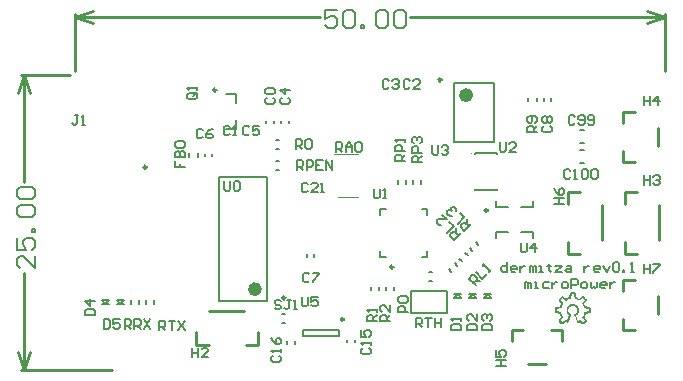
<source format=gto>
%FSLAX24Y24*%
%MOIN*%
G70*
G01*
G75*
%ADD10R,0.0236X0.0433*%
%ADD11R,0.0925X0.0197*%
%ADD12R,0.0984X0.0925*%
%ADD13R,0.0709X0.0472*%
%ADD14R,0.0610X0.0236*%
%ADD15O,0.0610X0.0236*%
%ADD16R,0.1102X0.1102*%
%ADD17O,0.0256X0.0098*%
%ADD18O,0.0098X0.0256*%
%ADD19R,0.0354X0.0252*%
%ADD20R,0.0354X0.0161*%
%ADD21O,0.0236X0.0610*%
%ADD22R,0.0236X0.0610*%
%ADD23R,0.0472X0.0709*%
%ADD24O,0.0276X0.0118*%
%ADD25R,0.0748X0.0354*%
%ADD26O,0.0827X0.0177*%
%ADD27R,0.0571X0.0217*%
%ADD28R,0.0571X0.0217*%
%ADD29R,0.0630X0.0276*%
%ADD30R,0.0374X0.0512*%
%ADD31R,0.0354X0.0276*%
%ADD32R,0.0276X0.0354*%
G04:AMPARAMS|DCode=33|XSize=35.4mil|YSize=27.6mil|CornerRadius=0mil|HoleSize=0mil|Usage=FLASHONLY|Rotation=225.000|XOffset=0mil|YOffset=0mil|HoleType=Round|Shape=Rectangle|*
%AMROTATEDRECTD33*
4,1,4,0.0028,0.0223,0.0223,0.0028,-0.0028,-0.0223,-0.0223,-0.0028,0.0028,0.0223,0.0*
%
%ADD33ROTATEDRECTD33*%

%ADD34R,0.0551X0.0433*%
%ADD35R,0.0453X0.0236*%
%ADD36R,0.0335X0.0315*%
%ADD37C,0.0250*%
%ADD38C,0.0100*%
%ADD39C,0.0200*%
%ADD40C,0.0150*%
%ADD41C,0.0300*%
%ADD42R,0.0500X0.0500*%
%ADD43C,0.0500*%
%ADD44R,0.0787X0.0315*%
%ADD45R,0.0394X0.0394*%
%ADD46C,0.0394*%
%ADD47C,0.0240*%
%ADD48C,0.0260*%
%ADD49C,0.0300*%
%ADD50O,0.0236X0.0866*%
%ADD51R,0.0886X0.0768*%
%ADD52R,0.0886X0.1004*%
%ADD53R,0.0906X0.0906*%
%ADD54R,0.0827X0.0906*%
%ADD55C,0.0098*%
%ADD56C,0.0236*%
%ADD57C,0.0039*%
%ADD58C,0.0079*%
%ADD59C,0.0047*%
%ADD60C,0.0063*%
%ADD61C,0.0060*%
G36*
X40674Y29212D02*
X40678Y29209D01*
X40680D01*
X40682Y29205D01*
X40684Y29201D01*
X40686Y29197D01*
X40687Y29181D01*
X40689Y29179D01*
X40691Y29177D01*
Y29175D01*
Y29169D01*
X40712Y29053D01*
X40807Y29013D01*
X40902Y29080D01*
X40904Y29082D01*
X40910Y29085D01*
X40912Y29087D01*
X40916Y29089D01*
X40924Y29095D01*
X40926D01*
X40928Y29097D01*
X40935Y29099D01*
X40947D01*
X40953Y29097D01*
X40959Y29093D01*
X40969Y29084D01*
X40977Y29074D01*
X41004Y29048D01*
Y29043D01*
X41041Y29011D01*
X41051Y29002D01*
X41059Y28992D01*
X41060Y28990D01*
X41062Y28982D01*
X41064Y28972D01*
X41062Y28968D01*
X41060Y28962D01*
X41055Y28953D01*
X41053Y28951D01*
X41051Y28947D01*
X41049Y28945D01*
X41045Y28941D01*
X40980Y28843D01*
X41021Y28748D01*
X41018D01*
X41143Y28724D01*
X41144D01*
Y28722D01*
X41148D01*
X41160Y28720D01*
X41164D01*
X41172Y28718D01*
X41178Y28711D01*
X41182Y28707D01*
Y28699D01*
Y28685D01*
Y28671D01*
Y28632D01*
Y28621D01*
Y28580D01*
Y28568D01*
Y28552D01*
Y28548D01*
X41180Y28543D01*
X41174Y28537D01*
X41162Y28533D01*
X41150Y28529D01*
X41143D01*
X41141Y28527D01*
X41029Y28510D01*
X40985Y28400D01*
X41045Y28312D01*
X41047Y28310D01*
X41051Y28304D01*
X41053Y28302D01*
Y28300D01*
X41059Y28291D01*
X41060D01*
X41062Y28287D01*
X41064Y28281D01*
X41066Y28273D01*
Y28271D01*
X41064Y28267D01*
X41062Y28261D01*
X41057Y28259D01*
X41049Y28250D01*
X41041Y28244D01*
X41014Y28214D01*
X41004Y28205D01*
X40973Y28173D01*
X40969Y28168D01*
X40957Y28158D01*
X40955Y28156D01*
X40949Y28154D01*
X40928D01*
X40914Y28164D01*
Y28166D01*
X40912D01*
X40908Y28168D01*
X40906Y28170D01*
X40902Y28173D01*
X40818Y28231D01*
X40807Y28226D01*
X40805Y28224D01*
X40803Y28222D01*
X40797Y28218D01*
X40793Y28216D01*
X40787Y28214D01*
X40769Y28205D01*
X40748D01*
X40746Y28207D01*
X40744Y28211D01*
X40742Y28216D01*
X40732Y28238D01*
Y28240D01*
X40730Y28244D01*
Y28246D01*
Y28250D01*
X40650Y28439D01*
Y28441D01*
X40648Y28445D01*
Y28447D01*
X40646Y28451D01*
X40643Y28457D01*
Y28459D01*
X40641Y28462D01*
Y28470D01*
X40643Y28478D01*
Y28480D01*
X40644Y28484D01*
X40648Y28488D01*
X40652Y28490D01*
X40660Y28494D01*
X40666Y28502D01*
X40668D01*
X40672Y28505D01*
X40678Y28509D01*
X40686Y28515D01*
X40701Y28531D01*
X40717Y28552D01*
Y28554D01*
X40721Y28558D01*
X40723Y28564D01*
X40727Y28574D01*
X40732Y28597D01*
X40736Y28625D01*
Y28627D01*
Y28630D01*
Y28636D01*
X40734Y28644D01*
X40732Y28662D01*
X40725Y28681D01*
Y28683D01*
X40723Y28685D01*
X40717Y28697D01*
X40705Y28712D01*
X40691Y28728D01*
Y28730D01*
X40687Y28732D01*
X40678Y28740D01*
X40664Y28752D01*
X40644Y28761D01*
X40643D01*
X40641Y28763D01*
X40629Y28767D01*
X40611Y28771D01*
X40590Y28773D01*
X40578D01*
X40570Y28771D01*
X40553Y28769D01*
X40533Y28761D01*
X40531D01*
X40529Y28759D01*
X40518Y28753D01*
X40502Y28744D01*
X40486Y28730D01*
X40482Y28726D01*
X40475Y28716D01*
X40465Y28703D01*
X40455Y28683D01*
Y28681D01*
X40453Y28679D01*
X40451Y28673D01*
Y28666D01*
X40447Y28648D01*
X40445Y28625D01*
Y28623D01*
Y28619D01*
X40447Y28611D01*
Y28601D01*
X40453Y28578D01*
X40463Y28552D01*
Y28550D01*
X40467Y28546D01*
X40471Y28541D01*
X40477Y28535D01*
X40492Y28517D01*
X40514Y28500D01*
X40516D01*
X40518Y28498D01*
X40529Y28490D01*
X40531D01*
X40535Y28488D01*
X40539Y28486D01*
X40541Y28480D01*
Y28478D01*
X40543Y28474D01*
Y28462D01*
X40533Y28447D01*
Y28445D01*
X40531Y28441D01*
Y28439D01*
X40529Y28435D01*
X40451Y28248D01*
Y28246D01*
X40449Y28240D01*
Y28238D01*
X40445Y28234D01*
X40439Y28212D01*
X40437Y28211D01*
X40434Y28209D01*
X40430Y28207D01*
X40424Y28205D01*
X40412D01*
X40395Y28214D01*
X40393D01*
X40391Y28216D01*
X40385Y28218D01*
X40381Y28220D01*
X40377Y28224D01*
X40361Y28233D01*
X40277Y28173D01*
X40275Y28171D01*
X40271Y28168D01*
X40264Y28164D01*
X40254Y28156D01*
X40252D01*
X40244Y28154D01*
X40234D01*
X40225Y28158D01*
X40215Y28170D01*
X40203Y28179D01*
X40180Y28205D01*
X40170Y28212D01*
X40141Y28244D01*
X40131Y28250D01*
X40119Y28263D01*
X40117Y28265D01*
X40115Y28273D01*
Y28275D01*
Y28279D01*
X40117Y28285D01*
X40121Y28291D01*
X40125Y28296D01*
X40127Y28298D01*
X40129Y28302D01*
Y28304D01*
X40131Y28306D01*
X40133Y28310D01*
X40135Y28312D01*
X40197Y28400D01*
Y28402D01*
X40156Y28505D01*
X40152Y28507D01*
Y28509D01*
X40043Y28527D01*
X40041Y28529D01*
X40033D01*
X40018Y28533D01*
X40016D01*
X40010Y28535D01*
X40002Y28541D01*
X40000Y28552D01*
Y28568D01*
Y28580D01*
Y28621D01*
Y28632D01*
Y28671D01*
Y28685D01*
Y28699D01*
Y28701D01*
Y28703D01*
X40002Y28711D01*
X40008Y28716D01*
X40012Y28720D01*
X40018D01*
X40033Y28722D01*
X40037D01*
X40041Y28726D01*
X40158Y28747D01*
X40200Y28846D01*
X40199Y28845D01*
Y28847D01*
X40135Y28941D01*
X40133Y28943D01*
X40127Y28949D01*
Y28951D01*
Y28953D01*
X40125Y28957D01*
X40119Y28962D01*
Y28964D01*
X40117Y28966D01*
X40115Y28972D01*
X40113Y28976D01*
Y28978D01*
X40115Y28980D01*
Y28988D01*
X40129Y29003D01*
X40141Y29011D01*
X40166Y29037D01*
X40174Y29041D01*
X40207Y29076D01*
X40215Y29085D01*
X40225Y29093D01*
X40227Y29095D01*
X40234Y29097D01*
X40242D01*
X40254Y29093D01*
X40262Y29089D01*
X40264D01*
X40268Y29085D01*
X40273Y29084D01*
X40275Y29080D01*
X40373Y29015D01*
X40468Y29053D01*
X40492Y29169D01*
Y29181D01*
X40494Y29197D01*
Y29199D01*
Y29201D01*
X40496Y29205D01*
X40500Y29209D01*
X40502Y29210D01*
X40506Y29212D01*
X40510Y29214D01*
X40516Y29216D01*
X40668D01*
X40674Y29212D01*
D02*
G37*
%LPC*%
G36*
X40631Y29158D02*
X40549D01*
X40523Y29005D01*
X40521D01*
X40516Y29003D01*
X40506Y29002D01*
X40496Y29000D01*
X40469Y28992D01*
X40441Y28982D01*
X40439D01*
X40436Y28980D01*
X40430Y28976D01*
X40420Y28972D01*
X40398Y28960D01*
X40371Y28947D01*
X40242Y29035D01*
X40203Y28998D01*
X40184Y28972D01*
X40270Y28849D01*
Y28847D01*
X40266Y28843D01*
X40262Y28835D01*
X40258Y28826D01*
X40244Y28802D01*
X40232Y28775D01*
Y28773D01*
X40230Y28769D01*
X40227Y28761D01*
X40225Y28753D01*
X40221Y28742D01*
X40217Y28728D01*
X40209Y28695D01*
X40064Y28668D01*
Y28627D01*
Y28586D01*
X40205Y28558D01*
Y28556D01*
X40207Y28550D01*
X40209Y28541D01*
X40211Y28531D01*
X40219Y28503D01*
X40229Y28474D01*
Y28472D01*
X40230Y28468D01*
X40234Y28461D01*
X40238Y28451D01*
X40250Y28427D01*
X40266Y28398D01*
X40184Y28281D01*
X40217Y28252D01*
X40244Y28218D01*
X40363Y28300D01*
X40365D01*
X40367Y28298D01*
X40377Y28291D01*
X40389Y28283D01*
X40393Y28279D01*
X40396Y28275D01*
X40475Y28455D01*
X40473Y28457D01*
X40469Y28459D01*
X40461Y28464D01*
X40451Y28472D01*
X40441Y28480D01*
X40430Y28492D01*
X40420Y28507D01*
X40408Y28523D01*
X40406Y28525D01*
X40404Y28531D01*
X40400Y28541D01*
X40396Y28554D01*
X40391Y28570D01*
X40387Y28587D01*
X40385Y28605D01*
X40383Y28627D01*
Y28628D01*
Y28634D01*
Y28642D01*
X40385Y28652D01*
X40389Y28679D01*
X40398Y28707D01*
Y28709D01*
X40402Y28712D01*
X40404Y28720D01*
X40410Y28728D01*
X40424Y28750D01*
X40441Y28773D01*
X40443Y28775D01*
X40447Y28779D01*
X40453Y28783D01*
X40461Y28791D01*
X40482Y28804D01*
X40508Y28818D01*
X40510D01*
X40516Y28820D01*
X40523Y28824D01*
X40533Y28828D01*
X40545Y28830D01*
X40559Y28834D01*
X40590Y28835D01*
X40605D01*
X40615Y28834D01*
X40643Y28828D01*
X40670Y28818D01*
X40672D01*
X40676Y28814D01*
X40684Y28810D01*
X40693Y28806D01*
X40715Y28791D01*
X40736Y28771D01*
X40738Y28769D01*
X40742Y28767D01*
X40746Y28761D01*
X40754Y28753D01*
X40768Y28732D01*
X40781Y28705D01*
Y28703D01*
X40783Y28699D01*
X40787Y28691D01*
X40791Y28681D01*
X40797Y28656D01*
X40799Y28627D01*
Y28625D01*
Y28617D01*
X40797Y28607D01*
X40795Y28593D01*
X40793Y28576D01*
X40787Y28558D01*
X40781Y28541D01*
X40771Y28523D01*
X40769Y28521D01*
X40768Y28515D01*
X40762Y28507D01*
X40754Y28498D01*
X40732Y28476D01*
X40719Y28464D01*
X40705Y28455D01*
X40781Y28275D01*
X40783Y28277D01*
X40785Y28281D01*
X40791Y28285D01*
X40793Y28287D01*
X40799Y28289D01*
X40807Y28295D01*
X40820Y28300D01*
X40935Y28218D01*
X40963Y28252D01*
X40996Y28281D01*
X40914Y28400D01*
X40916Y28402D01*
X40918Y28406D01*
X40924Y28414D01*
X40928Y28423D01*
X40941Y28447D01*
X40953Y28474D01*
Y28476D01*
X40955Y28480D01*
X40957Y28488D01*
X40961Y28500D01*
X40965Y28511D01*
X40969Y28525D01*
X40975Y28558D01*
X41121Y28586D01*
Y28627D01*
Y28668D01*
X40975Y28695D01*
Y28697D01*
X40973Y28703D01*
X40971Y28712D01*
X40967Y28722D01*
X40959Y28748D01*
X40947Y28775D01*
Y28777D01*
X40945Y28781D01*
X40941Y28789D01*
X40937Y28798D01*
X40926Y28822D01*
X40910Y28849D01*
X40996Y28972D01*
X40975Y28998D01*
X40935Y29035D01*
X40810Y28947D01*
X40809Y28949D01*
X40805Y28951D01*
X40797Y28955D01*
X40787Y28959D01*
X40764Y28970D01*
X40738Y28982D01*
X40736D01*
X40732Y28984D01*
X40725Y28988D01*
X40717Y28992D01*
X40705Y28994D01*
X40691Y28998D01*
X40658Y29005D01*
X40631Y29158D01*
D02*
G37*
%LPD*%
D38*
X22210Y36460D02*
X23838D01*
X22210Y26617D02*
X25219D01*
X22310Y32888D02*
Y36460D01*
Y26617D02*
Y29869D01*
X22110Y35860D02*
X22310Y36460D01*
X22510Y35860D01*
X22310Y26617D02*
X22510Y27217D01*
X22110D02*
X22310Y26617D01*
X43673Y36610D02*
Y38500D01*
X23988Y36610D02*
Y38500D01*
X35180Y38400D02*
X43673D01*
X23988D02*
X32161D01*
X43073Y38600D02*
X43673Y38400D01*
X43073Y38200D02*
X43673Y38400D01*
X23988D02*
X24588Y38200D01*
X23988Y38400D02*
X24588Y38600D01*
X42278Y27973D02*
X42653D01*
X43421Y28505D02*
Y29095D01*
X42279Y29253D02*
Y29627D01*
X42279Y29627D01*
X42653D01*
X42279Y27973D02*
Y28347D01*
X40418Y30497D02*
X40832D01*
X40418D02*
X40419Y30891D01*
X41560Y30979D02*
Y32121D01*
X40419Y32150D02*
Y32564D01*
X40419Y32564D01*
X40832D01*
X28036Y27469D02*
Y27882D01*
Y27469D02*
X28036Y27469D01*
X28450D01*
X28479Y28610D02*
X29621D01*
X29709Y27469D02*
X30103Y27468D01*
Y27882D01*
X38573Y27597D02*
Y27972D01*
X39105Y26829D02*
X39695D01*
X39853Y27971D02*
X40227D01*
X40227Y27971D01*
Y27597D02*
Y27971D01*
X38573Y27971D02*
X38947D01*
X42278Y33573D02*
X42653D01*
X43421Y34105D02*
Y34695D01*
X42279Y34853D02*
Y35227D01*
X42279Y35227D01*
X42653D01*
X42279Y33573D02*
Y33947D01*
X42319Y32564D02*
X42732D01*
X42319Y32564D02*
X42319Y32564D01*
X42319Y32150D02*
Y32564D01*
X43460Y30979D02*
Y32121D01*
X42318Y30497D02*
X42319Y30891D01*
X42318Y30497D02*
X42732D01*
D55*
X32958Y28322D02*
G03*
X32958Y28322I-49J0D01*
G01*
X26386Y33390D02*
G03*
X26386Y33390I-49J0D01*
G01*
X34606Y30058D02*
G03*
X34606Y30058I-49J0D01*
G01*
X37754Y31945D02*
G03*
X37754Y31945I-49J0D01*
G01*
X31007Y29032D02*
G03*
X31007Y29032I-49J0D01*
G01*
X36217Y36304D02*
G03*
X36217Y36304I-49J0D01*
G01*
X28706Y35959D02*
G03*
X28706Y35959I-49J0D01*
G01*
D56*
X30112Y29327D02*
G03*
X30112Y29327I-118J0D01*
G01*
X37152Y35791D02*
G03*
X37152Y35791I-118J0D01*
G01*
D57*
X37208Y33850D02*
G03*
X37208Y33850I-20J0D01*
G01*
D58*
X32791Y27752D02*
Y27948D01*
X31609Y27752D02*
Y27948D01*
X32791D01*
X31609Y27752D02*
X32791D01*
X35550Y30413D02*
X35737D01*
Y30600D01*
Y31800D02*
Y31987D01*
X35550D02*
X35737D01*
X34163D02*
X34350D01*
X34163Y31800D02*
Y31987D01*
Y30413D02*
Y30600D01*
Y30413D02*
X34350D01*
X38040Y32063D02*
Y32260D01*
Y32063D02*
X38433D01*
X38867D02*
X39260D01*
Y32260D01*
Y31040D02*
Y31237D01*
X38867D02*
X39260D01*
X38040D02*
X38433D01*
X38040Y31040D02*
Y31237D01*
X30387Y28933D02*
Y33067D01*
X28813Y28933D02*
Y33067D01*
Y28933D02*
X30387D01*
X28813Y33067D02*
X30387D01*
X37346Y32640D02*
Y32659D01*
X38054Y32640D02*
Y32659D01*
X37346Y33841D02*
Y33860D01*
X38054Y33841D02*
Y33860D01*
X37346D02*
X38054D01*
X37346Y32640D02*
X38054D01*
X36641Y34216D02*
Y36184D01*
X37959Y34216D02*
Y36184D01*
X36641D02*
X37959D01*
X36641Y34216D02*
X37959D01*
X35196Y29254D02*
X36404D01*
Y28546D02*
Y29254D01*
X35196Y28546D02*
X36404D01*
X35196D02*
Y29254D01*
X40841Y34183D02*
X40959D01*
X40841Y34617D02*
X40959D01*
X40841Y33533D02*
X40959D01*
X40841Y33967D02*
X40959D01*
X28088Y33741D02*
Y33859D01*
X27812Y33741D02*
Y33859D01*
X30691Y34012D02*
X30809D01*
X30691Y34288D02*
X30809D01*
X33862Y29291D02*
Y29409D01*
X34138Y29291D02*
Y29409D01*
X34362Y29291D02*
Y29409D01*
X34638Y29291D02*
Y29409D01*
X39112Y35591D02*
Y35709D01*
X39388Y35591D02*
Y35709D01*
X36461Y29994D02*
X36544Y29911D01*
X36656Y30189D02*
X36739Y30106D01*
X36811Y30344D02*
X36894Y30261D01*
X37006Y30539D02*
X37089Y30456D01*
X37161Y30694D02*
X37244Y30611D01*
X37356Y30889D02*
X37439Y30806D01*
X34762Y32841D02*
Y32959D01*
X35038Y32841D02*
Y32959D01*
X35262Y32841D02*
Y32959D01*
X35538Y32841D02*
Y32959D01*
X30691Y33588D02*
X30809D01*
X30691Y33312D02*
X30809D01*
X25862Y28841D02*
Y28959D01*
X26138Y28841D02*
Y28959D01*
X35791Y29888D02*
X35909D01*
X35791Y29612D02*
X35909D01*
X26362Y28841D02*
Y28959D01*
X26638Y28841D02*
Y28959D01*
X29021Y35841D02*
X29376D01*
Y35526D02*
Y35841D01*
X29021Y34659D02*
X29376D01*
Y34974D01*
X30891Y28488D02*
X31009D01*
X30891Y28212D02*
X31009D01*
X28578Y33761D02*
Y33839D01*
X28322Y33761D02*
Y33839D01*
X31128Y34861D02*
Y34939D01*
X30872Y34861D02*
Y34939D01*
X30372Y34861D02*
Y34939D01*
X30628Y34861D02*
Y34939D01*
X31978Y30411D02*
Y30489D01*
X31722Y30411D02*
Y30489D01*
X31072Y27511D02*
Y27589D01*
X31328Y27511D02*
Y27589D01*
X33072Y27561D02*
Y27639D01*
X33328Y27561D02*
Y27639D01*
X39622Y35611D02*
Y35689D01*
X39878Y35611D02*
Y35689D01*
D59*
X32618Y33815D02*
X33427D01*
X32773Y32385D02*
X33427D01*
D60*
X36632Y29159D02*
X36868D01*
X36632Y29041D02*
X36868D01*
X36632D02*
X36750Y29159D01*
X36868Y29041D01*
X37132Y29159D02*
X37368D01*
X37132Y29041D02*
X37368D01*
X37132D02*
X37250Y29159D01*
X37368Y29041D01*
X37632Y29159D02*
X37868D01*
X37632Y29041D02*
X37868D01*
X37632D02*
X37750Y29159D01*
X37868Y29041D01*
X24882Y28841D02*
X25118D01*
X24882Y28959D02*
X25118D01*
X25000Y28841D02*
X25118Y28959D01*
X24882D02*
X25000Y28841D01*
X25382D02*
X25618D01*
X25382Y28959D02*
X25618D01*
X25500Y28841D02*
X25618Y28959D01*
X25382D02*
X25500Y28841D01*
D61*
X42950Y30170D02*
Y29850D01*
Y30010D01*
X43163D01*
Y30170D01*
Y29850D01*
X43270Y30170D02*
X43483D01*
Y30117D01*
X43270Y29903D01*
Y29850D01*
X24113Y35120D02*
X24007D01*
X24060D01*
Y34853D01*
X24007Y34800D01*
X23953D01*
X23900Y34853D01*
X24220Y34800D02*
X24327D01*
X24273D01*
Y35120D01*
X24220Y35067D01*
X33950Y32670D02*
Y32403D01*
X34003Y32350D01*
X34110D01*
X34163Y32403D01*
Y32670D01*
X34270Y32350D02*
X34377D01*
X34323D01*
Y32670D01*
X34270Y32617D01*
X39980Y32150D02*
X40300D01*
X40140D01*
Y32363D01*
X39980D01*
X40300D01*
X39980Y32683D02*
X40033Y32577D01*
X40140Y32470D01*
X40247D01*
X40300Y32523D01*
Y32630D01*
X40247Y32683D01*
X40193D01*
X40140Y32630D01*
Y32470D01*
X38030Y26750D02*
X38350D01*
X38190D01*
Y26963D01*
X38030D01*
X38350D01*
X38030Y27283D02*
Y27070D01*
X38190D01*
X38137Y27177D01*
Y27230D01*
X38190Y27283D01*
X38297D01*
X38350Y27230D01*
Y27123D01*
X38297Y27070D01*
X42950Y35770D02*
Y35450D01*
Y35610D01*
X43163D01*
Y35770D01*
Y35450D01*
X43430D02*
Y35770D01*
X43270Y35610D01*
X43483D01*
X32700Y33900D02*
Y34220D01*
X32860D01*
X32913Y34167D01*
Y34060D01*
X32860Y34007D01*
X32700D01*
X32807D02*
X32913Y33900D01*
X33020D02*
Y34113D01*
X33127Y34220D01*
X33233Y34113D01*
Y33900D01*
Y34060D01*
X33020D01*
X33340Y34167D02*
X33393Y34220D01*
X33500D01*
X33553Y34167D01*
Y33953D01*
X33500Y33900D01*
X33393D01*
X33340Y33953D01*
Y34167D01*
X39400Y34550D02*
X39080D01*
Y34710D01*
X39133Y34763D01*
X39240D01*
X39293Y34710D01*
Y34550D01*
Y34657D02*
X39400Y34763D01*
X39347Y34870D02*
X39400Y34923D01*
Y35030D01*
X39347Y35083D01*
X39133D01*
X39080Y35030D01*
Y34923D01*
X39133Y34870D01*
X39187D01*
X39240Y34923D01*
Y35083D01*
X42950Y33120D02*
Y32800D01*
Y32960D01*
X43163D01*
Y33120D01*
Y32800D01*
X43270Y33067D02*
X43323Y33120D01*
X43430D01*
X43483Y33067D01*
Y33013D01*
X43430Y32960D01*
X43377D01*
X43430D01*
X43483Y32907D01*
Y32853D01*
X43430Y32800D01*
X43323D01*
X43270Y32853D01*
X27900Y27370D02*
Y27050D01*
Y27210D01*
X28113D01*
Y27370D01*
Y27050D01*
X28433D02*
X28220D01*
X28433Y27263D01*
Y27317D01*
X28380Y27370D01*
X28273D01*
X28220Y27317D01*
X38850Y30870D02*
Y30603D01*
X38903Y30550D01*
X39010D01*
X39063Y30603D01*
Y30870D01*
X39330Y30550D02*
Y30870D01*
X39170Y30710D01*
X39383D01*
X40513Y33267D02*
X40460Y33320D01*
X40353D01*
X40300Y33267D01*
Y33053D01*
X40353Y33000D01*
X40460D01*
X40513Y33053D01*
X40620Y33000D02*
X40727D01*
X40673D01*
Y33320D01*
X40620Y33267D01*
X40886D02*
X40940Y33320D01*
X41046D01*
X41100Y33267D01*
Y33053D01*
X41046Y33000D01*
X40940D01*
X40886Y33053D01*
Y33267D01*
X41206D02*
X41260Y33320D01*
X41366D01*
X41420Y33267D01*
Y33053D01*
X41366Y33000D01*
X41260D01*
X41206Y33053D01*
Y33267D01*
X40663Y35067D02*
X40610Y35120D01*
X40503D01*
X40450Y35067D01*
Y34853D01*
X40503Y34800D01*
X40610D01*
X40663Y34853D01*
X40770D02*
X40823Y34800D01*
X40930D01*
X40983Y34853D01*
Y35067D01*
X40930Y35120D01*
X40823D01*
X40770Y35067D01*
Y35013D01*
X40823Y34960D01*
X40983D01*
X41090Y34853D02*
X41143Y34800D01*
X41250D01*
X41303Y34853D01*
Y35067D01*
X41250Y35120D01*
X41143D01*
X41090Y35067D01*
Y35013D01*
X41143Y34960D01*
X41303D01*
X31763Y32817D02*
X31710Y32870D01*
X31603D01*
X31550Y32817D01*
Y32603D01*
X31603Y32550D01*
X31710D01*
X31763Y32603D01*
X32083Y32550D02*
X31870D01*
X32083Y32763D01*
Y32817D01*
X32030Y32870D01*
X31923D01*
X31870Y32817D01*
X32190Y32550D02*
X32296D01*
X32243D01*
Y32870D01*
X32190Y32817D01*
X31550Y29070D02*
Y28803D01*
X31603Y28750D01*
X31710D01*
X31763Y28803D01*
Y29070D01*
X32083D02*
X31870D01*
Y28910D01*
X31977Y28963D01*
X32030D01*
X32083Y28910D01*
Y28803D01*
X32030Y28750D01*
X31923D01*
X31870Y28803D01*
X30583Y27113D02*
X30530Y27060D01*
Y26953D01*
X30583Y26900D01*
X30797D01*
X30850Y26953D01*
Y27060D01*
X30797Y27113D01*
X30850Y27220D02*
Y27327D01*
Y27273D01*
X30530D01*
X30583Y27220D01*
X30530Y27700D02*
X30583Y27593D01*
X30690Y27486D01*
X30797D01*
X30850Y27540D01*
Y27646D01*
X30797Y27700D01*
X30743D01*
X30690Y27646D01*
Y27486D01*
X33583Y27363D02*
X33530Y27310D01*
Y27203D01*
X33583Y27150D01*
X33797D01*
X33850Y27203D01*
Y27310D01*
X33797Y27363D01*
X33850Y27470D02*
Y27577D01*
Y27523D01*
X33530D01*
X33583Y27470D01*
X33530Y27950D02*
Y27736D01*
X33690D01*
X33637Y27843D01*
Y27896D01*
X33690Y27950D01*
X33797D01*
X33850Y27896D01*
Y27790D01*
X33797Y27736D01*
X35900Y34120D02*
Y33853D01*
X35953Y33800D01*
X36060D01*
X36113Y33853D01*
Y34120D01*
X36220Y34067D02*
X36273Y34120D01*
X36380D01*
X36433Y34067D01*
Y34013D01*
X36380Y33960D01*
X36327D01*
X36380D01*
X36433Y33907D01*
Y33853D01*
X36380Y33800D01*
X36273D01*
X36220Y33853D01*
X38150Y34220D02*
Y33953D01*
X38203Y33900D01*
X38310D01*
X38363Y33953D01*
Y34220D01*
X38683Y33900D02*
X38470D01*
X38683Y34113D01*
Y34167D01*
X38630Y34220D01*
X38523D01*
X38470Y34167D01*
X39633Y34763D02*
X39580Y34710D01*
Y34603D01*
X39633Y34550D01*
X39847D01*
X39900Y34603D01*
Y34710D01*
X39847Y34763D01*
X39633Y34870D02*
X39580Y34923D01*
Y35030D01*
X39633Y35083D01*
X39687D01*
X39740Y35030D01*
X39793Y35083D01*
X39847D01*
X39900Y35030D01*
Y34923D01*
X39847Y34870D01*
X39793D01*
X39740Y34923D01*
X39687Y34870D01*
X39633D01*
X39740Y34923D02*
Y35030D01*
X27330Y33613D02*
Y33400D01*
X27490D01*
Y33507D01*
Y33400D01*
X27650D01*
X27330Y33720D02*
X27650D01*
Y33880D01*
X27597Y33933D01*
X27543D01*
X27490Y33880D01*
Y33720D01*
Y33880D01*
X27437Y33933D01*
X27383D01*
X27330Y33880D01*
Y33720D01*
X27383Y34040D02*
X27330Y34093D01*
Y34200D01*
X27383Y34253D01*
X27597D01*
X27650Y34200D01*
Y34093D01*
X27597Y34040D01*
X27383D01*
X28967Y32920D02*
Y32653D01*
X29021Y32600D01*
X29127D01*
X29181Y32653D01*
Y32920D01*
X29287Y32867D02*
X29341Y32920D01*
X29447D01*
X29500Y32867D01*
Y32653D01*
X29447Y32600D01*
X29341D01*
X29287Y32653D01*
Y32867D01*
X36530Y27950D02*
X36850D01*
Y28110D01*
X36797Y28163D01*
X36583D01*
X36530Y28110D01*
Y27950D01*
X36850Y28270D02*
Y28377D01*
Y28323D01*
X36530D01*
X36583Y28270D01*
X37080Y27950D02*
X37400D01*
Y28110D01*
X37347Y28163D01*
X37133D01*
X37080Y28110D01*
Y27950D01*
X37400Y28483D02*
Y28270D01*
X37187Y28483D01*
X37133D01*
X37080Y28430D01*
Y28323D01*
X37133Y28270D01*
X37580Y27950D02*
X37900D01*
Y28110D01*
X37847Y28163D01*
X37633D01*
X37580Y28110D01*
Y27950D01*
X37633Y28270D02*
X37580Y28323D01*
Y28430D01*
X37633Y28483D01*
X37687D01*
X37740Y28430D01*
Y28377D01*
Y28430D01*
X37793Y28483D01*
X37847D01*
X37900Y28430D01*
Y28323D01*
X37847Y28270D01*
X24330Y28450D02*
X24650D01*
Y28610D01*
X24597Y28663D01*
X24383D01*
X24330Y28610D01*
Y28450D01*
X24650Y28930D02*
X24330D01*
X24490Y28770D01*
Y28983D01*
X24950Y28320D02*
Y28000D01*
X25110D01*
X25163Y28053D01*
Y28267D01*
X25110Y28320D01*
X24950D01*
X25483D02*
X25270D01*
Y28160D01*
X25377Y28213D01*
X25430D01*
X25483Y28160D01*
Y28053D01*
X25430Y28000D01*
X25323D01*
X25270Y28053D01*
X37350Y29450D02*
X37124Y29676D01*
X37237Y29789D01*
X37312Y29789D01*
X37388Y29714D01*
Y29639D01*
X37275Y29525D01*
X37350Y29601D02*
X37501D01*
X37350Y29902D02*
X37576Y29676D01*
X37727Y29827D01*
X37802Y29902D02*
X37878Y29978D01*
X37840Y29940D01*
X37614Y30166D01*
X37614Y30091D01*
X36850Y31200D02*
X36624Y30974D01*
X36511Y31087D01*
X36511Y31162D01*
X36586Y31238D01*
X36662D01*
X36775Y31125D01*
X36699Y31200D02*
Y31351D01*
X36398Y31200D02*
X36624Y31426D01*
X36473Y31577D01*
X36247Y31803D02*
X36398Y31652D01*
X36096D01*
X36058Y31615D01*
Y31539D01*
X36134Y31464D01*
X36209Y31464D01*
X37200Y31500D02*
X36974Y31274D01*
X36861Y31387D01*
X36861Y31462D01*
X36936Y31538D01*
X37011D01*
X37125Y31425D01*
X37049Y31500D02*
Y31651D01*
X36748Y31500D02*
X36974Y31726D01*
X36823Y31877D01*
X36559Y31764D02*
X36484Y31764D01*
X36408Y31839D01*
Y31915D01*
X36446Y31952D01*
X36521D01*
X36559Y31915D01*
X36521Y31952D01*
Y32028D01*
X36559Y32065D01*
X36635D01*
X36710Y31990D01*
Y31915D01*
X25650Y28000D02*
Y28320D01*
X25810D01*
X25863Y28267D01*
Y28160D01*
X25810Y28107D01*
X25650D01*
X25757D02*
X25863Y28000D01*
X25970D02*
Y28320D01*
X26130D01*
X26183Y28267D01*
Y28160D01*
X26130Y28107D01*
X25970D01*
X26077D02*
X26183Y28000D01*
X26290Y28320D02*
X26503Y28000D01*
Y28320D02*
X26290Y28000D01*
X26800Y27950D02*
Y28270D01*
X26960D01*
X27013Y28217D01*
Y28110D01*
X26960Y28057D01*
X26800D01*
X26907D02*
X27013Y27950D01*
X27120Y28270D02*
X27333D01*
X27227D01*
Y27950D01*
X27440Y28270D02*
X27653Y27950D01*
Y28270D02*
X27440Y27950D01*
X35350Y28050D02*
Y28370D01*
X35510D01*
X35563Y28317D01*
Y28210D01*
X35510Y28157D01*
X35350D01*
X35457D02*
X35563Y28050D01*
X35670Y28370D02*
X35883D01*
X35777D01*
Y28050D01*
X35990Y28370D02*
Y28050D01*
Y28210D01*
X36203D01*
Y28370D01*
Y28050D01*
X30383Y35713D02*
X30330Y35660D01*
Y35553D01*
X30383Y35500D01*
X30597D01*
X30650Y35553D01*
Y35660D01*
X30597Y35713D01*
X30383Y35820D02*
X30330Y35873D01*
Y35980D01*
X30383Y36033D01*
X30597D01*
X30650Y35980D01*
Y35873D01*
X30597Y35820D01*
X30383D01*
X30883Y35713D02*
X30830Y35660D01*
Y35553D01*
X30883Y35500D01*
X31097D01*
X31150Y35553D01*
Y35660D01*
X31097Y35713D01*
X31150Y35980D02*
X30830D01*
X30990Y35820D01*
Y36033D01*
X27997Y35863D02*
X27783D01*
X27730Y35810D01*
Y35703D01*
X27783Y35650D01*
X27997D01*
X28050Y35703D01*
Y35810D01*
X27943Y35757D02*
X28050Y35863D01*
Y35810D02*
X27997Y35863D01*
X28050Y35970D02*
Y36077D01*
Y36023D01*
X27730D01*
X27783Y35970D01*
X31350Y34000D02*
Y34320D01*
X31510D01*
X31563Y34267D01*
Y34160D01*
X31510Y34107D01*
X31350D01*
X31457D02*
X31563Y34000D01*
X31670Y34267D02*
X31723Y34320D01*
X31830D01*
X31883Y34267D01*
Y34053D01*
X31830Y34000D01*
X31723D01*
X31670Y34053D01*
Y34267D01*
X31400Y33300D02*
Y33620D01*
X31560D01*
X31613Y33567D01*
Y33460D01*
X31560Y33407D01*
X31400D01*
X31507D02*
X31613Y33300D01*
X31720D02*
Y33620D01*
X31880D01*
X31933Y33567D01*
Y33460D01*
X31880Y33407D01*
X31720D01*
X32253Y33620D02*
X32040D01*
Y33300D01*
X32253D01*
X32040Y33460D02*
X32146D01*
X32360Y33300D02*
Y33620D01*
X32573Y33300D01*
Y33620D01*
X29163Y34717D02*
X29110Y34770D01*
X29003D01*
X28950Y34717D01*
Y34503D01*
X29003Y34450D01*
X29110D01*
X29163Y34503D01*
X29270Y34450D02*
X29377D01*
X29323D01*
Y34770D01*
X29270Y34717D01*
X35163Y36267D02*
X35110Y36320D01*
X35003D01*
X34950Y36267D01*
Y36053D01*
X35003Y36000D01*
X35110D01*
X35163Y36053D01*
X35483Y36000D02*
X35270D01*
X35483Y36213D01*
Y36267D01*
X35430Y36320D01*
X35323D01*
X35270Y36267D01*
X34463D02*
X34410Y36320D01*
X34303D01*
X34250Y36267D01*
Y36053D01*
X34303Y36000D01*
X34410D01*
X34463Y36053D01*
X34570Y36267D02*
X34623Y36320D01*
X34730D01*
X34783Y36267D01*
Y36213D01*
X34730Y36160D01*
X34677D01*
X34730D01*
X34783Y36107D01*
Y36053D01*
X34730Y36000D01*
X34623D01*
X34570Y36053D01*
X29813Y34717D02*
X29760Y34770D01*
X29653D01*
X29600Y34717D01*
Y34503D01*
X29653Y34450D01*
X29760D01*
X29813Y34503D01*
X30133Y34770D02*
X29920D01*
Y34610D01*
X30027Y34663D01*
X30080D01*
X30133Y34610D01*
Y34503D01*
X30080Y34450D01*
X29973D01*
X29920Y34503D01*
X31813Y29817D02*
X31760Y29870D01*
X31653D01*
X31600Y29817D01*
Y29603D01*
X31653Y29550D01*
X31760D01*
X31813Y29603D01*
X31920Y29870D02*
X32133D01*
Y29817D01*
X31920Y29603D01*
Y29550D01*
X35100Y28550D02*
X34780D01*
Y28710D01*
X34833Y28763D01*
X34940D01*
X34993Y28710D01*
Y28550D01*
X34833Y28870D02*
X34780Y28923D01*
Y29030D01*
X34833Y29083D01*
X35047D01*
X35100Y29030D01*
Y28923D01*
X35047Y28870D01*
X34833D01*
X34050Y28250D02*
X33730D01*
Y28410D01*
X33783Y28463D01*
X33890D01*
X33943Y28410D01*
Y28250D01*
Y28357D02*
X34050Y28463D01*
Y28570D02*
Y28677D01*
Y28623D01*
X33730D01*
X33783Y28570D01*
X34500Y28250D02*
X34180D01*
Y28410D01*
X34233Y28463D01*
X34340D01*
X34393Y28410D01*
Y28250D01*
Y28357D02*
X34500Y28463D01*
Y28783D02*
Y28570D01*
X34287Y28783D01*
X34233D01*
X34180Y28730D01*
Y28623D01*
X34233Y28570D01*
X35000Y33600D02*
X34680D01*
Y33760D01*
X34733Y33813D01*
X34840D01*
X34893Y33760D01*
Y33600D01*
Y33707D02*
X35000Y33813D01*
Y33920D02*
X34680D01*
Y34080D01*
X34733Y34133D01*
X34840D01*
X34893Y34080D01*
Y33920D01*
X35000Y34240D02*
Y34346D01*
Y34293D01*
X34680D01*
X34733Y34240D01*
X35550Y33550D02*
X35230D01*
Y33710D01*
X35283Y33763D01*
X35390D01*
X35443Y33710D01*
Y33550D01*
Y33657D02*
X35550Y33763D01*
Y33870D02*
X35230D01*
Y34030D01*
X35283Y34083D01*
X35390D01*
X35443Y34030D01*
Y33870D01*
X35283Y34190D02*
X35230Y34243D01*
Y34350D01*
X35283Y34403D01*
X35337D01*
X35390Y34350D01*
Y34296D01*
Y34350D01*
X35443Y34403D01*
X35497D01*
X35550Y34350D01*
Y34243D01*
X35497Y34190D01*
X30863Y28917D02*
X30810Y28970D01*
X30703D01*
X30650Y28917D01*
Y28863D01*
X30703Y28810D01*
X30810D01*
X30863Y28757D01*
Y28703D01*
X30810Y28650D01*
X30703D01*
X30650Y28703D01*
X31183Y28970D02*
X31077D01*
X31130D01*
Y28703D01*
X31077Y28650D01*
X31023D01*
X30970Y28703D01*
X31290Y28650D02*
X31396D01*
X31343D01*
Y28970D01*
X31290Y28917D01*
X28263Y34617D02*
X28210Y34670D01*
X28103D01*
X28050Y34617D01*
Y34403D01*
X28103Y34350D01*
X28210D01*
X28263Y34403D01*
X28583Y34670D02*
X28477Y34617D01*
X28370Y34510D01*
Y34403D01*
X28423Y34350D01*
X28530D01*
X28583Y34403D01*
Y34457D01*
X28530Y34510D01*
X28370D01*
X22670Y30429D02*
Y30029D01*
X22270Y30429D01*
X22170D01*
X22070Y30329D01*
Y30129D01*
X22170Y30029D01*
X22070Y31029D02*
Y30629D01*
X22370D01*
X22270Y30829D01*
Y30929D01*
X22370Y31029D01*
X22570D01*
X22670Y30929D01*
Y30729D01*
X22570Y30629D01*
X22670Y31229D02*
X22570D01*
Y31329D01*
X22670D01*
Y31229D01*
X22170Y31729D02*
X22070Y31829D01*
Y32029D01*
X22170Y32129D01*
X22570D01*
X22670Y32029D01*
Y31829D01*
X22570Y31729D01*
X22170D01*
Y32328D02*
X22070Y32428D01*
Y32628D01*
X22170Y32728D01*
X22570D01*
X22670Y32628D01*
Y32428D01*
X22570Y32328D01*
X22170D01*
X32721Y38640D02*
X32321D01*
Y38340D01*
X32521Y38440D01*
X32621D01*
X32721Y38340D01*
Y38140D01*
X32621Y38040D01*
X32421D01*
X32321Y38140D01*
X32921Y38540D02*
X33021Y38640D01*
X33221D01*
X33321Y38540D01*
Y38140D01*
X33221Y38040D01*
X33021D01*
X32921Y38140D01*
Y38540D01*
X33521Y38040D02*
Y38140D01*
X33621D01*
Y38040D01*
X33521D01*
X34021Y38540D02*
X34121Y38640D01*
X34321D01*
X34421Y38540D01*
Y38140D01*
X34321Y38040D01*
X34121D01*
X34021Y38140D01*
Y38540D01*
X34621D02*
X34721Y38640D01*
X34920D01*
X35020Y38540D01*
Y38140D01*
X34920Y38040D01*
X34721D01*
X34621Y38140D01*
Y38540D01*
X39000Y29350D02*
Y29563D01*
X39053D01*
X39107Y29510D01*
Y29350D01*
Y29510D01*
X39160Y29563D01*
X39213Y29510D01*
Y29350D01*
X39320D02*
X39427D01*
X39373D01*
Y29563D01*
X39320D01*
X39800D02*
X39640D01*
X39586Y29510D01*
Y29403D01*
X39640Y29350D01*
X39800D01*
X39906Y29563D02*
Y29350D01*
Y29457D01*
X39960Y29510D01*
X40013Y29563D01*
X40066D01*
X40280Y29350D02*
X40386D01*
X40440Y29403D01*
Y29510D01*
X40386Y29563D01*
X40280D01*
X40226Y29510D01*
Y29403D01*
X40280Y29350D01*
X40546D02*
Y29670D01*
X40706D01*
X40759Y29617D01*
Y29510D01*
X40706Y29457D01*
X40546D01*
X40919Y29350D02*
X41026D01*
X41079Y29403D01*
Y29510D01*
X41026Y29563D01*
X40919D01*
X40866Y29510D01*
Y29403D01*
X40919Y29350D01*
X41186Y29563D02*
Y29403D01*
X41239Y29350D01*
X41293Y29403D01*
X41346Y29350D01*
X41399Y29403D01*
Y29563D01*
X41666Y29350D02*
X41559D01*
X41506Y29403D01*
Y29510D01*
X41559Y29563D01*
X41666D01*
X41719Y29510D01*
Y29457D01*
X41506D01*
X41826Y29563D02*
Y29350D01*
Y29457D01*
X41879Y29510D01*
X41932Y29563D01*
X41986D01*
X38413Y30220D02*
Y29900D01*
X38253D01*
X38200Y29953D01*
Y30060D01*
X38253Y30113D01*
X38413D01*
X38680Y29900D02*
X38573D01*
X38520Y29953D01*
Y30060D01*
X38573Y30113D01*
X38680D01*
X38733Y30060D01*
Y30007D01*
X38520D01*
X38840Y30113D02*
Y29900D01*
Y30007D01*
X38893Y30060D01*
X38946Y30113D01*
X39000D01*
X39160Y29900D02*
Y30113D01*
X39213D01*
X39266Y30060D01*
Y29900D01*
Y30060D01*
X39320Y30113D01*
X39373Y30060D01*
Y29900D01*
X39480D02*
X39586D01*
X39533D01*
Y30113D01*
X39480D01*
X39799Y30167D02*
Y30113D01*
X39746D01*
X39853D01*
X39799D01*
Y29953D01*
X39853Y29900D01*
X40013Y30113D02*
X40226D01*
X40013Y29900D01*
X40226D01*
X40386Y30113D02*
X40493D01*
X40546Y30060D01*
Y29900D01*
X40386D01*
X40333Y29953D01*
X40386Y30007D01*
X40546D01*
X40972Y30113D02*
Y29900D01*
Y30007D01*
X41026Y30060D01*
X41079Y30113D01*
X41132D01*
X41452Y29900D02*
X41346D01*
X41292Y29953D01*
Y30060D01*
X41346Y30113D01*
X41452D01*
X41506Y30060D01*
Y30007D01*
X41292D01*
X41612Y30113D02*
X41719Y29900D01*
X41825Y30113D01*
X41932Y30167D02*
X41985Y30220D01*
X42092D01*
X42145Y30167D01*
Y29953D01*
X42092Y29900D01*
X41985D01*
X41932Y29953D01*
Y30167D01*
X42252Y29900D02*
Y29953D01*
X42305D01*
Y29900D01*
X42252D01*
X42519D02*
X42625D01*
X42572D01*
Y30220D01*
X42519Y30167D01*
M02*

</source>
